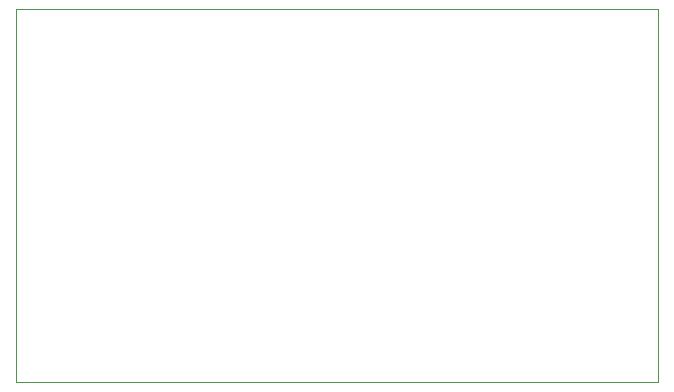
<source format=gm1>
%TF.GenerationSoftware,KiCad,Pcbnew,9.0.6*%
%TF.CreationDate,2026-01-08T22:49:21+05:30*%
%TF.ProjectId,USB_PD_Trigger,5553425f-5044-45f5-9472-69676765722e,rev?*%
%TF.SameCoordinates,Original*%
%TF.FileFunction,Profile,NP*%
%FSLAX46Y46*%
G04 Gerber Fmt 4.6, Leading zero omitted, Abs format (unit mm)*
G04 Created by KiCad (PCBNEW 9.0.6) date 2026-01-08 22:49:21*
%MOMM*%
%LPD*%
G01*
G04 APERTURE LIST*
%TA.AperFunction,Profile*%
%ADD10C,0.050000*%
%TD*%
G04 APERTURE END LIST*
D10*
X124770000Y-91985000D02*
X124770000Y-123585000D01*
X179120000Y-123585000D02*
X179120000Y-91985000D01*
X124770000Y-123585000D02*
X179120000Y-123585000D01*
X179120000Y-91985000D02*
X124770000Y-91985000D01*
M02*

</source>
